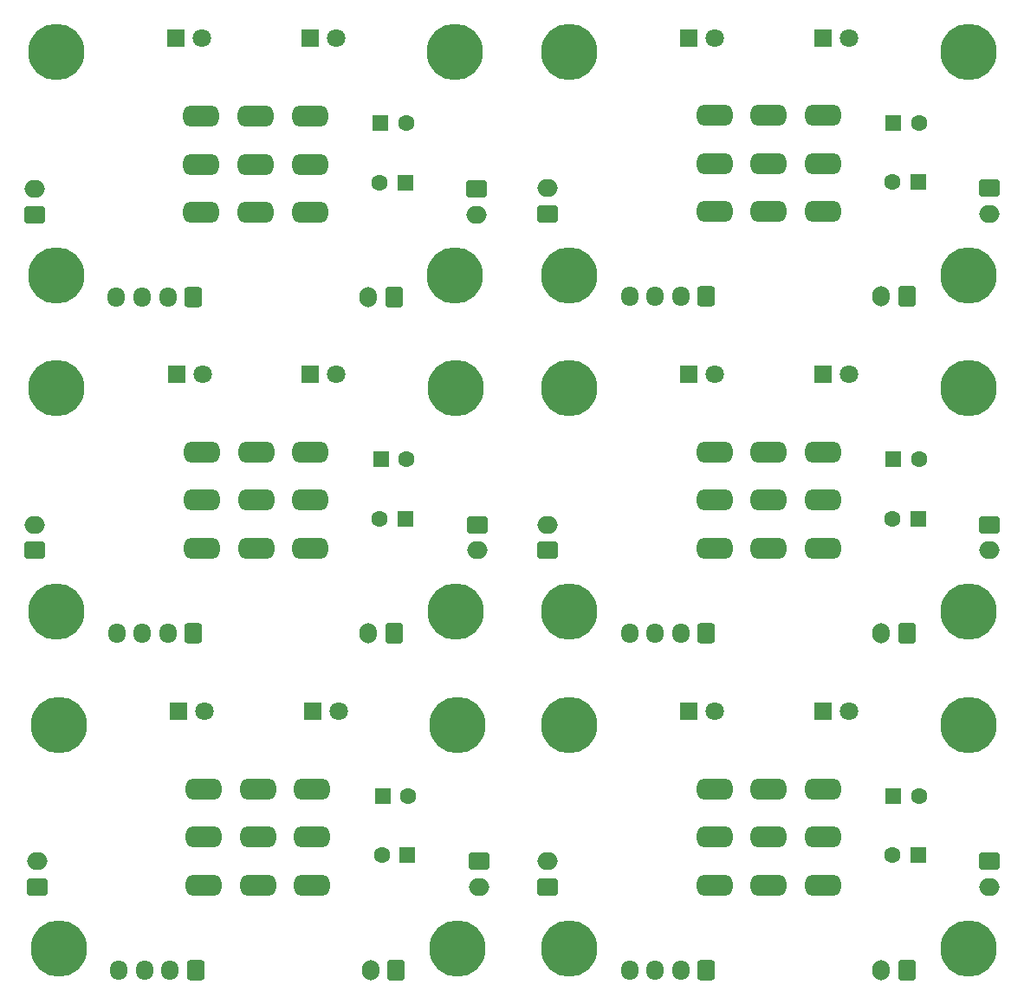
<source format=gbr>
%TF.GenerationSoftware,KiCad,Pcbnew,8.0.3*%
%TF.CreationDate,2025-04-01T21:09:26+03:00*%
%TF.ProjectId,TMF,544d462e-6b69-4636-9164-5f7063625858,rev?*%
%TF.SameCoordinates,Original*%
%TF.FileFunction,Soldermask,Bot*%
%TF.FilePolarity,Negative*%
%FSLAX46Y46*%
G04 Gerber Fmt 4.6, Leading zero omitted, Abs format (unit mm)*
G04 Created by KiCad (PCBNEW 8.0.3) date 2025-04-01 21:09:26*
%MOMM*%
%LPD*%
G01*
G04 APERTURE LIST*
G04 Aperture macros list*
%AMRoundRect*
0 Rectangle with rounded corners*
0 $1 Rounding radius*
0 $2 $3 $4 $5 $6 $7 $8 $9 X,Y pos of 4 corners*
0 Add a 4 corners polygon primitive as box body*
4,1,4,$2,$3,$4,$5,$6,$7,$8,$9,$2,$3,0*
0 Add four circle primitives for the rounded corners*
1,1,$1+$1,$2,$3*
1,1,$1+$1,$4,$5*
1,1,$1+$1,$6,$7*
1,1,$1+$1,$8,$9*
0 Add four rect primitives between the rounded corners*
20,1,$1+$1,$2,$3,$4,$5,0*
20,1,$1+$1,$4,$5,$6,$7,0*
20,1,$1+$1,$6,$7,$8,$9,0*
20,1,$1+$1,$8,$9,$2,$3,0*%
G04 Aperture macros list end*
%ADD10C,1.600000*%
%ADD11R,1.600000X1.600000*%
%ADD12O,2.000000X1.700000*%
%ADD13RoundRect,0.250000X-0.750000X0.600000X-0.750000X-0.600000X0.750000X-0.600000X0.750000X0.600000X0*%
%ADD14C,5.500000*%
%ADD15RoundRect,0.656168X-1.093832X-0.343832X1.093832X-0.343832X1.093832X0.343832X-1.093832X0.343832X0*%
%ADD16C,1.800000*%
%ADD17R,1.800000X1.800000*%
%ADD18RoundRect,0.250000X0.750000X-0.600000X0.750000X0.600000X-0.750000X0.600000X-0.750000X-0.600000X0*%
%ADD19O,1.700000X1.950000*%
%ADD20RoundRect,0.250000X0.600000X0.725000X-0.600000X0.725000X-0.600000X-0.725000X0.600000X-0.725000X0*%
%ADD21O,1.700000X2.000000*%
%ADD22RoundRect,0.250000X0.600000X0.750000X-0.600000X0.750000X-0.600000X-0.750000X0.600000X-0.750000X0*%
G04 APERTURE END LIST*
D10*
%TO.C,C1*%
X194605113Y-40100000D03*
D11*
X197105113Y-40100000D03*
%TD*%
D12*
%TO.C,J2*%
X204100000Y-43200000D03*
D13*
X204100000Y-40700000D03*
%TD*%
D14*
%TO.C,*%
X163000000Y-49200000D03*
%TD*%
D15*
%TO.C,FTSW1*%
X187800000Y-43000000D03*
X187800000Y-33600000D03*
X187800000Y-38300000D03*
X182500000Y-43000000D03*
X182500000Y-33600000D03*
X182500000Y-38300000D03*
X177200000Y-43000000D03*
X177200000Y-33600000D03*
X177200000Y-38300000D03*
%TD*%
D16*
%TO.C,D2*%
X190365000Y-26000000D03*
D17*
X187825000Y-26000000D03*
%TD*%
D10*
%TO.C,C2*%
X197194888Y-34300000D03*
D11*
X194694888Y-34300000D03*
%TD*%
D14*
%TO.C,REF\u002A\u002A*%
X202000000Y-27350045D03*
%TD*%
D16*
%TO.C,D1*%
X177265000Y-26000000D03*
D17*
X174725000Y-26000000D03*
%TD*%
D12*
%TO.C,J3*%
X160900000Y-40700000D03*
D18*
X160900000Y-43200000D03*
%TD*%
D14*
%TO.C,REF\u002A\u002A*%
X202000000Y-49200000D03*
%TD*%
D19*
%TO.C,J1*%
X168900000Y-51300000D03*
X171400000Y-51300000D03*
X173900000Y-51300000D03*
D20*
X176400000Y-51300000D03*
%TD*%
D14*
%TO.C,*%
X163000000Y-27349995D03*
%TD*%
D21*
%TO.C,J4*%
X193500000Y-51300000D03*
D22*
X196000000Y-51300000D03*
%TD*%
D10*
%TO.C,C1*%
X144469579Y-40164466D03*
D11*
X146969579Y-40164466D03*
%TD*%
D12*
%TO.C,J2*%
X153964466Y-43264466D03*
D13*
X153964466Y-40764466D03*
%TD*%
D14*
%TO.C,*%
X112864466Y-49264466D03*
%TD*%
D15*
%TO.C,FTSW1*%
X137664466Y-43064466D03*
X137664466Y-33664466D03*
X137664466Y-38364466D03*
X132364466Y-43064466D03*
X132364466Y-33664466D03*
X132364466Y-38364466D03*
X127064466Y-43064466D03*
X127064466Y-33664466D03*
X127064466Y-38364466D03*
%TD*%
D16*
%TO.C,D2*%
X140229466Y-26064466D03*
D17*
X137689466Y-26064466D03*
%TD*%
D10*
%TO.C,C2*%
X147059354Y-34364466D03*
D11*
X144559354Y-34364466D03*
%TD*%
D14*
%TO.C,REF\u002A\u002A*%
X151864466Y-27414511D03*
%TD*%
D16*
%TO.C,D1*%
X127129466Y-26064466D03*
D17*
X124589466Y-26064466D03*
%TD*%
D12*
%TO.C,J3*%
X110764466Y-40764466D03*
D18*
X110764466Y-43264466D03*
%TD*%
D14*
%TO.C,REF\u002A\u002A*%
X151864466Y-49264466D03*
%TD*%
D19*
%TO.C,J1*%
X118764466Y-51364466D03*
X121264466Y-51364466D03*
X123764466Y-51364466D03*
D20*
X126264466Y-51364466D03*
%TD*%
D14*
%TO.C,*%
X112864466Y-27414461D03*
%TD*%
D21*
%TO.C,J4*%
X143364466Y-51364466D03*
D22*
X145864466Y-51364466D03*
%TD*%
D11*
%TO.C,C1*%
X147005113Y-73000000D03*
D10*
X144505113Y-73000000D03*
%TD*%
D13*
%TO.C,J2*%
X154000000Y-73600000D03*
D12*
X154000000Y-76100000D03*
%TD*%
D11*
%TO.C,C2*%
X144594888Y-67200000D03*
D10*
X147094888Y-67200000D03*
%TD*%
D14*
%TO.C,*%
X112900000Y-82100000D03*
%TD*%
D15*
%TO.C,FTSW1*%
X127100000Y-71200000D03*
X127100000Y-66500000D03*
X127100000Y-75900000D03*
X132400000Y-71200000D03*
X132400000Y-66500000D03*
X132400000Y-75900000D03*
X137700000Y-71200000D03*
X137700000Y-66500000D03*
X137700000Y-75900000D03*
%TD*%
D17*
%TO.C,D2*%
X137725000Y-58900000D03*
D16*
X140265000Y-58900000D03*
%TD*%
D14*
%TO.C,REF\u002A\u002A*%
X151900000Y-82100000D03*
%TD*%
%TO.C,REF\u002A\u002A*%
X151900000Y-60250045D03*
%TD*%
D17*
%TO.C,D1*%
X124625000Y-58900000D03*
D16*
X127165000Y-58900000D03*
%TD*%
D18*
%TO.C,J3*%
X110800000Y-76100000D03*
D12*
X110800000Y-73600000D03*
%TD*%
D20*
%TO.C,J1*%
X126300000Y-84200000D03*
D19*
X123800000Y-84200000D03*
X121300000Y-84200000D03*
X118800000Y-84200000D03*
%TD*%
D14*
%TO.C,*%
X112900000Y-60249995D03*
%TD*%
D22*
%TO.C,J4*%
X145900000Y-84200000D03*
D21*
X143400000Y-84200000D03*
%TD*%
D11*
%TO.C,C1*%
X197105113Y-73000000D03*
D10*
X194605113Y-73000000D03*
%TD*%
D13*
%TO.C,J2*%
X204100000Y-73600000D03*
D12*
X204100000Y-76100000D03*
%TD*%
D11*
%TO.C,C2*%
X194694888Y-67200000D03*
D10*
X197194888Y-67200000D03*
%TD*%
D14*
%TO.C,*%
X163000000Y-82100000D03*
%TD*%
D15*
%TO.C,FTSW1*%
X177200000Y-71200000D03*
X177200000Y-66500000D03*
X177200000Y-75900000D03*
X182500000Y-71200000D03*
X182500000Y-66500000D03*
X182500000Y-75900000D03*
X187800000Y-71200000D03*
X187800000Y-66500000D03*
X187800000Y-75900000D03*
%TD*%
D17*
%TO.C,D2*%
X187825000Y-58900000D03*
D16*
X190365000Y-58900000D03*
%TD*%
D14*
%TO.C,REF\u002A\u002A*%
X202000000Y-82100000D03*
%TD*%
%TO.C,REF\u002A\u002A*%
X202000000Y-60250045D03*
%TD*%
D17*
%TO.C,D1*%
X174725000Y-58900000D03*
D16*
X177265000Y-58900000D03*
%TD*%
D18*
%TO.C,J3*%
X160900000Y-76100000D03*
D12*
X160900000Y-73600000D03*
%TD*%
D20*
%TO.C,J1*%
X176400000Y-84200000D03*
D19*
X173900000Y-84200000D03*
X171400000Y-84200000D03*
X168900000Y-84200000D03*
%TD*%
D14*
%TO.C,*%
X163000000Y-60249995D03*
%TD*%
D22*
%TO.C,J4*%
X196000000Y-84200000D03*
D21*
X193500000Y-84200000D03*
%TD*%
D11*
%TO.C,C1*%
X197105113Y-105900000D03*
D10*
X194605113Y-105900000D03*
%TD*%
D13*
%TO.C,J2*%
X204100000Y-106500000D03*
D12*
X204100000Y-109000000D03*
%TD*%
D11*
%TO.C,C2*%
X194694888Y-100100000D03*
D10*
X197194888Y-100100000D03*
%TD*%
D14*
%TO.C,*%
X163000000Y-115000000D03*
%TD*%
D15*
%TO.C,FTSW1*%
X177200000Y-104100000D03*
X177200000Y-99400000D03*
X177200000Y-108800000D03*
X182500000Y-104100000D03*
X182500000Y-99400000D03*
X182500000Y-108800000D03*
X187800000Y-104100000D03*
X187800000Y-99400000D03*
X187800000Y-108800000D03*
%TD*%
D17*
%TO.C,D2*%
X187825000Y-91800000D03*
D16*
X190365000Y-91800000D03*
%TD*%
D14*
%TO.C,REF\u002A\u002A*%
X202000000Y-115000000D03*
%TD*%
%TO.C,REF\u002A\u002A*%
X202000000Y-93150045D03*
%TD*%
D17*
%TO.C,D1*%
X174725000Y-91800000D03*
D16*
X177265000Y-91800000D03*
%TD*%
D18*
%TO.C,J3*%
X160900000Y-109000000D03*
D12*
X160900000Y-106500000D03*
%TD*%
D20*
%TO.C,J1*%
X176400000Y-117100000D03*
D19*
X173900000Y-117100000D03*
X171400000Y-117100000D03*
X168900000Y-117100000D03*
%TD*%
D14*
%TO.C,*%
X163000000Y-93149995D03*
%TD*%
D22*
%TO.C,J4*%
X196000000Y-117100000D03*
D21*
X193500000Y-117100000D03*
%TD*%
D16*
%TO.C,D2*%
X140465000Y-91800000D03*
D17*
X137925000Y-91800000D03*
%TD*%
D15*
%TO.C,FTSW1*%
X137900000Y-108800000D03*
X137900000Y-99400000D03*
X137900000Y-104100000D03*
X132600000Y-108800000D03*
X132600000Y-99400000D03*
X132600000Y-104100000D03*
X127300000Y-108800000D03*
X127300000Y-99400000D03*
X127300000Y-104100000D03*
%TD*%
D12*
%TO.C,J2*%
X154200000Y-109000000D03*
D13*
X154200000Y-106500000D03*
%TD*%
D14*
%TO.C,REF\u002A\u002A*%
X152100000Y-115000000D03*
%TD*%
%TO.C,*%
X113100000Y-115000000D03*
%TD*%
D10*
%TO.C,C2*%
X147294888Y-100100000D03*
D11*
X144794888Y-100100000D03*
%TD*%
D10*
%TO.C,C1*%
X144705113Y-105900000D03*
D11*
X147205113Y-105900000D03*
%TD*%
D12*
%TO.C,J3*%
X111000000Y-106500000D03*
D18*
X111000000Y-109000000D03*
%TD*%
D19*
%TO.C,J1*%
X119000000Y-117100000D03*
X121500000Y-117100000D03*
X124000000Y-117100000D03*
D20*
X126500000Y-117100000D03*
%TD*%
D16*
%TO.C,D1*%
X127365000Y-91800000D03*
D17*
X124825000Y-91800000D03*
%TD*%
D14*
%TO.C,REF\u002A\u002A*%
X152100000Y-93150045D03*
%TD*%
D21*
%TO.C,J4*%
X143600000Y-117100000D03*
D22*
X146100000Y-117100000D03*
%TD*%
D14*
%TO.C,*%
X113100000Y-93149995D03*
%TD*%
M02*

</source>
